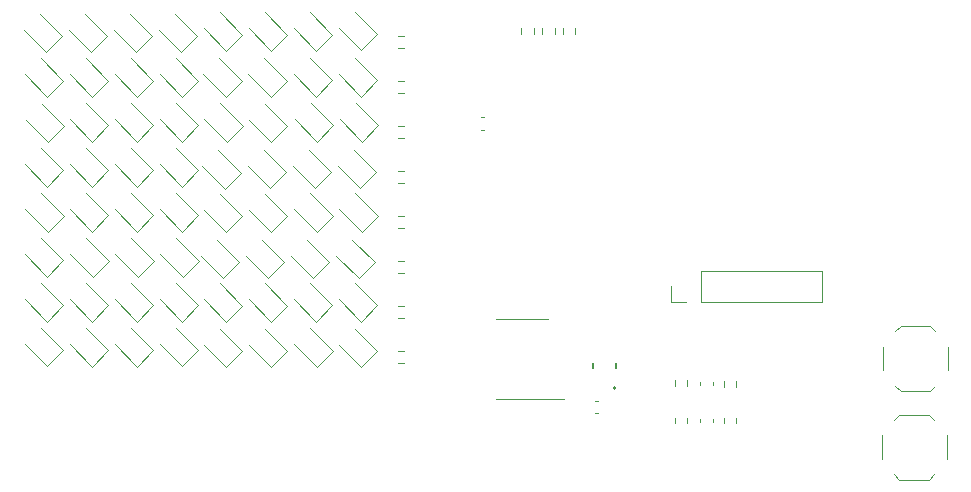
<source format=gbr>
%TF.GenerationSoftware,KiCad,Pcbnew,9.0.1*%
%TF.CreationDate,2025-06-09T22:47:13-04:00*%
%TF.ProjectId,blankBusinessCard,626c616e-6b42-4757-9369-6e6573734361,rev?*%
%TF.SameCoordinates,Original*%
%TF.FileFunction,Legend,Top*%
%TF.FilePolarity,Positive*%
%FSLAX46Y46*%
G04 Gerber Fmt 4.6, Leading zero omitted, Abs format (unit mm)*
G04 Created by KiCad (PCBNEW 9.0.1) date 2025-06-09 22:47:13*
%MOMM*%
%LPD*%
G01*
G04 APERTURE LIST*
%ADD10C,0.120000*%
%ADD11C,0.127000*%
%ADD12C,0.200000*%
G04 APERTURE END LIST*
D10*
%TO.C,D20*%
X46620071Y-39595716D02*
X48518652Y-41494297D01*
X48518652Y-41494297D02*
X49876297Y-40136652D01*
X49876297Y-40136652D02*
X47977716Y-38238071D01*
%TO.C,D28*%
X42810071Y-39595716D02*
X44708652Y-41494297D01*
X44708652Y-41494297D02*
X46066297Y-40136652D01*
X46066297Y-40136652D02*
X44167716Y-38238071D01*
%TO.C,D60*%
X27669158Y-28137803D02*
X29567739Y-30036384D01*
X29567739Y-30036384D02*
X30925384Y-28678739D01*
X30925384Y-28678739D02*
X29026803Y-26780158D01*
%TO.C,D61*%
X39000071Y-24355716D02*
X40898652Y-26254297D01*
X40898652Y-26254297D02*
X42256297Y-24896652D01*
X42256297Y-24896652D02*
X40357716Y-22998071D01*
%TO.C,D58*%
X35289158Y-28137803D02*
X37187739Y-30036384D01*
X37187739Y-30036384D02*
X38545384Y-28678739D01*
X38545384Y-28678739D02*
X36646803Y-26780158D01*
%TO.C,D46*%
X35289159Y-39539890D02*
X37187740Y-41438471D01*
X37187740Y-41438471D02*
X38545385Y-40080826D01*
X38545385Y-40080826D02*
X36646804Y-38182245D01*
%TO.C,D64*%
X27570071Y-24355716D02*
X29468652Y-26254297D01*
X29468652Y-26254297D02*
X30826297Y-24896652D01*
X30826297Y-24896652D02*
X28927716Y-22998071D01*
%TO.C,D41*%
X39127072Y-43377803D02*
X41025653Y-45276384D01*
X41025653Y-45276384D02*
X42383298Y-43918739D01*
X42383298Y-43918739D02*
X40484717Y-42020158D01*
%TO.C,D25*%
X42810070Y-51025716D02*
X44708651Y-52924297D01*
X44708651Y-52924297D02*
X46066296Y-51566652D01*
X46066296Y-51566652D02*
X44167715Y-49668071D01*
%TO.C,D35*%
X31479158Y-50969890D02*
X33377739Y-52868471D01*
X33377739Y-52868471D02*
X34735384Y-51510826D01*
X34735384Y-51510826D02*
X32836803Y-49612245D01*
%TO.C,D16*%
X50402157Y-24228716D02*
X52300738Y-26127297D01*
X52300738Y-26127297D02*
X53658383Y-24769652D01*
X53658383Y-24769652D02*
X51759802Y-22871071D01*
%TO.C,D14*%
X50485897Y-31919890D02*
X52384478Y-33818471D01*
X52384478Y-33818471D02*
X53742123Y-32460826D01*
X53742123Y-32460826D02*
X51843542Y-30562245D01*
%TO.C,D1*%
X54240071Y-51025716D02*
X56138652Y-52924297D01*
X56138652Y-52924297D02*
X57496297Y-51566652D01*
X57496297Y-51566652D02*
X55597716Y-49668071D01*
D11*
%TO.C,Y1*%
X75726800Y-52990000D02*
X75726800Y-52548000D01*
X77726800Y-52990000D02*
X77726800Y-52548000D01*
D12*
X77676800Y-54669000D02*
G75*
G02*
X77476800Y-54669000I-100000J0D01*
G01*
X77476800Y-54669000D02*
G75*
G02*
X77676800Y-54669000I100000J0D01*
G01*
D10*
%TO.C,D3*%
X54013984Y-43476890D02*
X55912565Y-45375471D01*
X55912565Y-45375471D02*
X57270210Y-44017826D01*
X57270210Y-44017826D02*
X55371629Y-42119245D01*
%TO.C,D21*%
X46520984Y-35884803D02*
X48419565Y-37783384D01*
X48419565Y-37783384D02*
X49777210Y-36425739D01*
X49777210Y-36425739D02*
X47878629Y-34527158D01*
%TO.C,D52*%
X27669159Y-35729890D02*
X29567740Y-37628471D01*
X29567740Y-37628471D02*
X30925385Y-36270826D01*
X30925385Y-36270826D02*
X29026804Y-34372245D01*
%TO.C,D34*%
X35289158Y-50969890D02*
X37187739Y-52868471D01*
X37187739Y-52868471D02*
X38545384Y-51510826D01*
X38545384Y-51510826D02*
X36646803Y-49612245D01*
%TO.C,D37*%
X39099159Y-47159890D02*
X40997740Y-49058471D01*
X40997740Y-49058471D02*
X42355385Y-47700826D01*
X42355385Y-47700826D02*
X40456804Y-45802245D01*
%TO.C,D18*%
X46592158Y-47187803D02*
X48490739Y-49086384D01*
X48490739Y-49086384D02*
X49848384Y-47728739D01*
X49848384Y-47728739D02*
X47949803Y-45830158D01*
%TO.C,D39*%
X31479159Y-47159890D02*
X33377740Y-49058471D01*
X33377740Y-49058471D02*
X34735385Y-47700826D01*
X34735385Y-47700826D02*
X32836804Y-45802245D01*
%TO.C,D10*%
X50430071Y-47159890D02*
X52328652Y-49058471D01*
X52328652Y-49058471D02*
X53686297Y-47700826D01*
X53686297Y-47700826D02*
X51787716Y-45802245D01*
%TO.C,D29*%
X42683071Y-35912716D02*
X44581652Y-37811297D01*
X44581652Y-37811297D02*
X45939297Y-36453652D01*
X45939297Y-36453652D02*
X44040716Y-34555071D01*
%TO.C,SW2*%
X100196200Y-58690000D02*
X100196200Y-60690000D01*
X101246200Y-57390000D02*
X101696200Y-56940000D01*
X101246200Y-61990000D02*
X101696200Y-62440000D01*
X101696200Y-56940000D02*
X104196200Y-56940000D01*
X101696200Y-62440000D02*
X104196200Y-62440000D01*
X104646200Y-57390000D02*
X104196200Y-56940000D01*
X104646200Y-61990000D02*
X104196200Y-62440000D01*
X105696200Y-58690000D02*
X105696200Y-60690000D01*
%TO.C,D32*%
X42782157Y-24228716D02*
X44680738Y-26127297D01*
X44680738Y-26127297D02*
X46038383Y-24769652D01*
X46038383Y-24769652D02*
X44139802Y-22871071D01*
%TO.C,R4*%
X59262742Y-43927500D02*
X59737258Y-43927500D01*
X59262742Y-44972500D02*
X59737258Y-44972500D01*
%TO.C,R15*%
X73204300Y-24681258D02*
X73204300Y-24206742D01*
X74249300Y-24681258D02*
X74249300Y-24206742D01*
%TO.C,J2*%
X82337600Y-47405600D02*
X82337600Y-46075600D01*
X83667600Y-47405600D02*
X82337600Y-47405600D01*
X84937600Y-44745600D02*
X95157600Y-44745600D01*
X84937600Y-47405600D02*
X84937600Y-44745600D01*
X84937600Y-47405600D02*
X95157600Y-47405600D01*
X95157600Y-47405600D02*
X95157600Y-44745600D01*
%TO.C,D19*%
X46366071Y-43504803D02*
X48264652Y-45403384D01*
X48264652Y-45403384D02*
X49622297Y-44045739D01*
X49622297Y-44045739D02*
X47723716Y-42147158D01*
%TO.C,D50*%
X35289159Y-35729890D02*
X37187740Y-37628471D01*
X37187740Y-37628471D02*
X38545385Y-36270826D01*
X38545385Y-36270826D02*
X36646804Y-34372245D01*
%TO.C,D59*%
X31479158Y-28137803D02*
X33377739Y-30036384D01*
X33377739Y-30036384D02*
X34735384Y-28678739D01*
X34735384Y-28678739D02*
X32836803Y-26780158D01*
%TO.C,C1*%
X75886220Y-55784000D02*
X76167380Y-55784000D01*
X75886220Y-56804000D02*
X76167380Y-56804000D01*
%TO.C,D17*%
X46620070Y-51025716D02*
X48518651Y-52924297D01*
X48518651Y-52924297D02*
X49876296Y-51566652D01*
X49876296Y-51566652D02*
X47977715Y-49668071D01*
%TO.C,C2*%
X66261220Y-31784000D02*
X66542380Y-31784000D01*
X66261220Y-32804000D02*
X66542380Y-32804000D01*
%TO.C,D38*%
X35289159Y-47159890D02*
X37187740Y-49058471D01*
X37187740Y-49058471D02*
X38545385Y-47700826D01*
X38545385Y-47700826D02*
X36646804Y-45802245D01*
%TO.C,R12*%
X86828100Y-54094142D02*
X86828100Y-54568658D01*
X87873100Y-54094142D02*
X87873100Y-54568658D01*
%TO.C,D48*%
X27697072Y-39567803D02*
X29595653Y-41466384D01*
X29595653Y-41466384D02*
X30953298Y-40108739D01*
X30953298Y-40108739D02*
X29054717Y-38210158D01*
%TO.C,R1*%
X86853500Y-57667458D02*
X86853500Y-57192942D01*
X87898500Y-57667458D02*
X87898500Y-57192942D01*
%TO.C,U1*%
X69726800Y-48809000D02*
X67526800Y-48809000D01*
X69726800Y-48809000D02*
X71926800Y-48809000D01*
X69726800Y-55579000D02*
X67526800Y-55579000D01*
X69726800Y-55579000D02*
X73326800Y-55579000D01*
%TO.C,D40*%
X27669159Y-47159890D02*
X29567740Y-49058471D01*
X29567740Y-49058471D02*
X30925385Y-47700826D01*
X30925385Y-47700826D02*
X29026804Y-45802245D01*
%TO.C,D45*%
X39099159Y-39539890D02*
X40997740Y-41438471D01*
X40997740Y-41438471D02*
X42355385Y-40080826D01*
X42355385Y-40080826D02*
X40456804Y-38182245D01*
%TO.C,D57*%
X39099158Y-28137803D02*
X40997739Y-30036384D01*
X40997739Y-30036384D02*
X42355384Y-28678739D01*
X42355384Y-28678739D02*
X40456803Y-26780158D01*
%TO.C,D23*%
X46564244Y-28137803D02*
X48462825Y-30036384D01*
X48462825Y-30036384D02*
X49820470Y-28678739D01*
X49820470Y-28678739D02*
X47921889Y-26780158D01*
%TO.C,D44*%
X27669159Y-43349890D02*
X29567740Y-45248471D01*
X29567740Y-45248471D02*
X30925385Y-43890826D01*
X30925385Y-43890826D02*
X29026804Y-41992245D01*
%TO.C,D30*%
X42837984Y-31947803D02*
X44736565Y-33846384D01*
X44736565Y-33846384D02*
X46094210Y-32488739D01*
X46094210Y-32488739D02*
X44195629Y-30590158D01*
%TO.C,D11*%
X50176071Y-43504803D02*
X52074652Y-45403384D01*
X52074652Y-45403384D02*
X53432297Y-44045739D01*
X53432297Y-44045739D02*
X51533716Y-42147158D01*
%TO.C,D51*%
X31479159Y-35729890D02*
X33377740Y-37628471D01*
X33377740Y-37628471D02*
X34735385Y-36270826D01*
X34735385Y-36270826D02*
X32836804Y-34372245D01*
%TO.C,R7*%
X59262742Y-32497500D02*
X59737258Y-32497500D01*
X59262742Y-33542500D02*
X59737258Y-33542500D01*
%TO.C,R6*%
X59262742Y-36307500D02*
X59737258Y-36307500D01*
X59262742Y-37352500D02*
X59737258Y-37352500D01*
%TO.C,D13*%
X50358897Y-35856890D02*
X52257478Y-37755471D01*
X52257478Y-37755471D02*
X53615123Y-36397826D01*
X53615123Y-36397826D02*
X51716542Y-34499245D01*
%TO.C,D7*%
X54212158Y-28109890D02*
X56110739Y-30008471D01*
X56110739Y-30008471D02*
X57468384Y-28650826D01*
X57468384Y-28650826D02*
X55569803Y-26752245D01*
%TO.C,D22*%
X46620071Y-31975716D02*
X48518652Y-33874297D01*
X48518652Y-33874297D02*
X49876297Y-32516652D01*
X49876297Y-32516652D02*
X47977716Y-30618071D01*
%TO.C,R10*%
X82662500Y-54030142D02*
X82662500Y-54504658D01*
X83707500Y-54030142D02*
X83707500Y-54504658D01*
%TO.C,D42*%
X35317072Y-43377803D02*
X37215653Y-45276384D01*
X37215653Y-45276384D02*
X38573298Y-43918739D01*
X38573298Y-43918739D02*
X36674717Y-42020158D01*
%TO.C,D15*%
X50402157Y-28109890D02*
X52300738Y-30008471D01*
X52300738Y-30008471D02*
X53658383Y-28650826D01*
X53658383Y-28650826D02*
X51759802Y-26752245D01*
%TO.C,D12*%
X50457984Y-39567803D02*
X52356565Y-41466384D01*
X52356565Y-41466384D02*
X53714210Y-40108739D01*
X53714210Y-40108739D02*
X51815629Y-38210158D01*
%TO.C,D2*%
X54240071Y-47159890D02*
X56138652Y-49058471D01*
X56138652Y-49058471D02*
X57496297Y-47700826D01*
X57496297Y-47700826D02*
X55597716Y-45802245D01*
%TO.C,D43*%
X31507072Y-43377803D02*
X33405653Y-45276384D01*
X33405653Y-45276384D02*
X34763298Y-43918739D01*
X34763298Y-43918739D02*
X32864717Y-42020158D01*
%TO.C,D62*%
X35190071Y-24355716D02*
X37088652Y-26254297D01*
X37088652Y-26254297D02*
X38446297Y-24896652D01*
X38446297Y-24896652D02*
X36547716Y-22998071D01*
%TO.C,R11*%
X82687900Y-57679658D02*
X82687900Y-57205142D01*
X83732900Y-57679658D02*
X83732900Y-57205142D01*
%TO.C,D53*%
X39099159Y-31919890D02*
X40997740Y-33818471D01*
X40997740Y-33818471D02*
X42355385Y-32460826D01*
X42355385Y-32460826D02*
X40456804Y-30562245D01*
%TO.C,R8*%
X59262742Y-28687500D02*
X59737258Y-28687500D01*
X59262742Y-29732500D02*
X59737258Y-29732500D01*
%TO.C,D33*%
X39071245Y-50941977D02*
X40969826Y-52840558D01*
X40969826Y-52840558D02*
X42327471Y-51482913D01*
X42327471Y-51482913D02*
X40428890Y-49584332D01*
%TO.C,D47*%
X31479159Y-39539890D02*
X33377740Y-41438471D01*
X33377740Y-41438471D02*
X34735385Y-40080826D01*
X34735385Y-40080826D02*
X32836804Y-38182245D01*
%TO.C,SW1*%
X100297800Y-53197000D02*
X100297800Y-51197000D01*
X101347800Y-49897000D02*
X101797800Y-49447000D01*
X101347800Y-54497000D02*
X101797800Y-54947000D01*
X104297800Y-49447000D02*
X101797800Y-49447000D01*
X104297800Y-54947000D02*
X101797800Y-54947000D01*
X104747800Y-49897000D02*
X104297800Y-49447000D01*
X104747800Y-54497000D02*
X104297800Y-54947000D01*
X105797800Y-53197000D02*
X105797800Y-51197000D01*
%TO.C,D54*%
X35289159Y-31919890D02*
X37187740Y-33818471D01*
X37187740Y-33818471D02*
X38545385Y-32460826D01*
X38545385Y-32460826D02*
X36646804Y-30562245D01*
%TO.C,C4*%
X84859400Y-54458780D02*
X84859400Y-54177620D01*
X85879400Y-54458780D02*
X85879400Y-54177620D01*
%TO.C,D26*%
X42782158Y-47187803D02*
X44680739Y-49086384D01*
X44680739Y-49086384D02*
X46038384Y-47728739D01*
X46038384Y-47728739D02*
X44139803Y-45830158D01*
%TO.C,D31*%
X42754244Y-28137803D02*
X44652825Y-30036384D01*
X44652825Y-30036384D02*
X46010470Y-28678739D01*
X46010470Y-28678739D02*
X44111889Y-26780158D01*
%TO.C,R14*%
X71454300Y-24681258D02*
X71454300Y-24206742D01*
X72499300Y-24681258D02*
X72499300Y-24206742D01*
%TO.C,R3*%
X59262742Y-47737500D02*
X59737258Y-47737500D01*
X59262742Y-48782500D02*
X59737258Y-48782500D01*
%TO.C,D24*%
X46592157Y-24228716D02*
X48490738Y-26127297D01*
X48490738Y-26127297D02*
X49848383Y-24769652D01*
X49848383Y-24769652D02*
X47949802Y-22871071D01*
%TO.C,D36*%
X27641245Y-50941977D02*
X29539826Y-52840558D01*
X29539826Y-52840558D02*
X30897471Y-51482913D01*
X30897471Y-51482913D02*
X28998890Y-49584332D01*
%TO.C,D4*%
X54267984Y-39567803D02*
X56166565Y-41466384D01*
X56166565Y-41466384D02*
X57524210Y-40108739D01*
X57524210Y-40108739D02*
X55625629Y-38210158D01*
%TO.C,D56*%
X27724985Y-31975716D02*
X29623566Y-33874297D01*
X29623566Y-33874297D02*
X30981211Y-32516652D01*
X30981211Y-32516652D02*
X29082630Y-30618071D01*
%TO.C,C3*%
X84859400Y-57276420D02*
X84859400Y-57557580D01*
X85879400Y-57276420D02*
X85879400Y-57557580D01*
%TO.C,R13*%
X69704300Y-24681258D02*
X69704300Y-24206742D01*
X70749300Y-24681258D02*
X70749300Y-24206742D01*
%TO.C,R9*%
X59262742Y-24877500D02*
X59737258Y-24877500D01*
X59262742Y-25922500D02*
X59737258Y-25922500D01*
%TO.C,R2*%
X59262742Y-51547500D02*
X59737258Y-51547500D01*
X59262742Y-52592500D02*
X59737258Y-52592500D01*
%TO.C,D27*%
X42556071Y-43504803D02*
X44454652Y-45403384D01*
X44454652Y-45403384D02*
X45812297Y-44045739D01*
X45812297Y-44045739D02*
X43913716Y-42147158D01*
%TO.C,D55*%
X31479159Y-31919890D02*
X33377740Y-33818471D01*
X33377740Y-33818471D02*
X34735385Y-32460826D01*
X34735385Y-32460826D02*
X32836804Y-30562245D01*
%TO.C,D5*%
X54168897Y-35856890D02*
X56067478Y-37755471D01*
X56067478Y-37755471D02*
X57425123Y-36397826D01*
X57425123Y-36397826D02*
X55526542Y-34499245D01*
%TO.C,D63*%
X31380071Y-24355716D02*
X33278652Y-26254297D01*
X33278652Y-26254297D02*
X34636297Y-24896652D01*
X34636297Y-24896652D02*
X32737716Y-22998071D01*
%TO.C,R5*%
X59262742Y-40117500D02*
X59737258Y-40117500D01*
X59262742Y-41162500D02*
X59737258Y-41162500D01*
%TO.C,D9*%
X50457984Y-50997803D02*
X52356565Y-52896384D01*
X52356565Y-52896384D02*
X53714210Y-51538739D01*
X53714210Y-51538739D02*
X51815629Y-49640158D01*
%TO.C,D6*%
X54295897Y-31919890D02*
X56194478Y-33818471D01*
X56194478Y-33818471D02*
X57552123Y-32460826D01*
X57552123Y-32460826D02*
X55653542Y-30562245D01*
%TO.C,D49*%
X39099159Y-35729890D02*
X40997740Y-37628471D01*
X40997740Y-37628471D02*
X42355385Y-36270826D01*
X42355385Y-36270826D02*
X40456804Y-34372245D01*
%TO.C,D8*%
X54240070Y-24200803D02*
X56138651Y-26099384D01*
X56138651Y-26099384D02*
X57496296Y-24741739D01*
X57496296Y-24741739D02*
X55597715Y-22843158D01*
%TD*%
M02*

</source>
